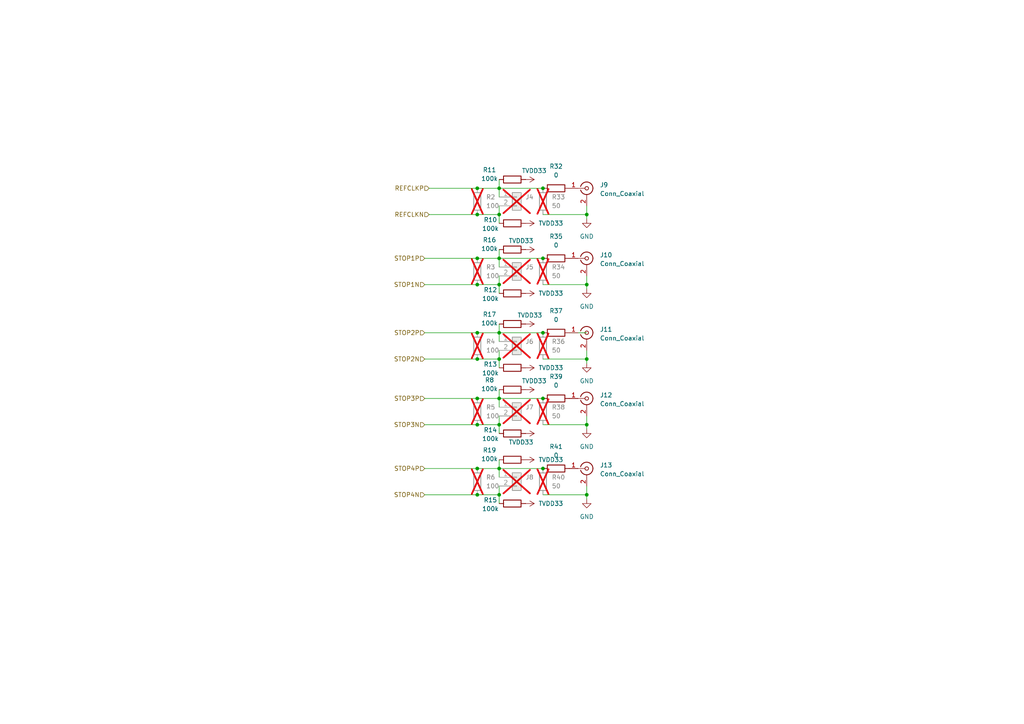
<source format=kicad_sch>
(kicad_sch (version 20231120) (generator "eeschema") (generator_version "8.0")
  (paper "A4")
  (lib_symbols
    (symbol "Connector:Conn_Coaxial" (pin_names (offset 1.016) hide)
      (property "Reference" "J" (at 0.254 3.048 0))
      (property "Value" "Conn_Coaxial" (at 2.921 0 90))
      (symbol "Conn_Coaxial_0_1"
        (arc (start -1.778 -0.508) (mid 0.2311 -1.8066) (end 1.778 0) (stroke (width 0.254)))
        (polyline (pts (xy -2.54 0) (xy -0.508 0)))
        (polyline (pts (xy 0 -2.54) (xy 0 -1.778)))
        (circle (center 0 0) (radius 0.508) (stroke (width 0.2032)))
        (arc (start 1.778 0) (mid 0.2099 1.8101) (end -1.778 0.508) (stroke (width 0.254)))
      )
      (symbol "Conn_Coaxial_1_1"
        (pin passive line (at -5.08 0 0) (length 2.54) (name "In") (number "1"))
        (pin passive line (at 0 -5.08 90) (length 2.54) (name "Ext") (number "2"))
      )
    )
    (symbol "Connector_Generic:Conn_01x02" (pin_names (offset 1.016) hide)
      (property "Reference" "J" (at 0 2.54 0))
      (property "Value" "Conn_01x02" (at 0 -5.08 0))
      (symbol "Conn_01x02_1_1"
        (rectangle (start -1.27 -2.413) (end 0 -2.667) (stroke (width 0.1524)))
        (rectangle (start -1.27 0.127) (end 0 -0.127) (stroke (width 0.1524)))
        (rectangle (start -1.27 1.27) (end 1.27 -3.81) (stroke (width 0.254)) (fill (type background)))
        (pin passive line (at -5.08 0 0) (length 3.81) (name "Pin_1") (number "1"))
        (pin passive line (at -5.08 -2.54 0) (length 3.81) (name "Pin_2") (number "2"))
      )
    )
    (symbol "Device:R" (pin_numbers hide) (pin_names (offset 0))
      (property "Reference" "R" (at 2.032 0 90))
      (property "Value" "R" (at 0 0 90))
      (symbol "R_0_1"
        (rectangle (start -1.016 -2.54) (end 1.016 2.54) (stroke (width 0.254)))
      )
      (symbol "R_1_1"
        (pin passive line (at 0 3.81 270) (length 1.27) (name "~") (number "1"))
        (pin passive line (at 0 -3.81 90) (length 1.27) (name "~") (number "2"))
      )
    )
    (symbol "power:+5C" (power) (pin_numbers hide) (pin_names (offset 0) hide)
      (property "Value" "+5C" (at 0 3.556 0))
      (symbol "+5C_0_1"
        (polyline (pts (xy -0.762 1.27) (xy 0 2.54)))
        (polyline (pts (xy 0 0) (xy 0 2.54)))
        (polyline (pts (xy 0 2.54) (xy 0.762 1.27)))
      )
      (symbol "+5C_1_1"
        (pin power_in line (at 0 0 90) (length 0) (name "~") (number "1"))
      )
    )
    (symbol "power:GND" (power) (pin_numbers hide) (pin_names (offset 0) hide)
      (property "Value" "GND" (at 0 -3.81 0))
      (symbol "GND_0_1"
        (polyline (pts (xy 0 0) (xy 0 -1.27) (xy 1.27 -1.27) (xy 0 -2.54) (xy -1.27 -1.27) (xy 0 -1.27)))
      )
      (symbol "GND_1_1"
        (pin power_in line (at 0 0 270) (length 0) (name "~") (number "1"))
      )
    )
  )
  (junction (at 170.18 82.55))
  (junction (at 157.48 115.57))
  (junction (at 144.78 74.93))
  (junction (at 170.18 143.51))
  (junction (at 138.43 96.52))
  (junction (at 138.43 82.55))
  (junction (at 138.43 123.19))
  (junction (at 138.43 143.51))
  (junction (at 170.18 123.19))
  (junction (at 170.18 104.14))
  (junction (at 144.78 143.51))
  (junction (at 157.48 54.61))
  (junction (at 144.78 82.55))
  (junction (at 144.78 104.14))
  (junction (at 144.78 96.52))
  (junction (at 170.18 62.23))
  (junction (at 144.78 135.89))
  (junction (at 144.78 54.61))
  (junction (at 138.43 54.61))
  (junction (at 138.43 115.57))
  (junction (at 157.48 74.93))
  (junction (at 144.78 115.57))
  (junction (at 157.48 96.52))
  (junction (at 138.43 74.93))
  (junction (at 138.43 135.89))
  (junction (at 138.43 62.23))
  (junction (at 144.78 62.23))
  (junction (at 138.43 104.14))
  (junction (at 157.48 135.89))
  (junction (at 144.78 123.19))
  (wire (pts (xy 157.48 82.55) (xy 170.18 82.55)))
  (wire (pts (xy 157.48 123.19) (xy 170.18 123.19)))
  (wire (pts (xy 144.78 62.23) (xy 144.78 64.77)))
  (wire (pts (xy 144.78 135.89) (xy 157.48 135.89)))
  (wire (pts (xy 123.19 82.55) (xy 138.43 82.55)))
  (wire (pts (xy 144.78 54.61) (xy 144.78 52.07)))
  (wire (pts (xy 144.78 115.57) (xy 144.78 118.11)))
  (wire (pts (xy 170.18 143.51) (xy 170.18 144.78)))
  (wire (pts (xy 144.78 74.93) (xy 138.43 74.93)))
  (wire (pts (xy 170.18 101.6) (xy 170.18 104.14)))
  (wire (pts (xy 157.48 143.51) (xy 170.18 143.51)))
  (wire (pts (xy 123.19 143.51) (xy 138.43 143.51)))
  (wire (pts (xy 144.78 59.69) (xy 144.78 62.23)))
  (wire (pts (xy 144.78 123.19) (xy 144.78 125.73)))
  (wire (pts (xy 144.78 113.03) (xy 144.78 115.57)))
  (wire (pts (xy 144.78 133.35) (xy 144.78 135.89)))
  (wire (pts (xy 124.46 62.23) (xy 138.43 62.23)))
  (wire (pts (xy 144.78 143.51) (xy 138.43 143.51)))
  (wire (pts (xy 170.18 80.01) (xy 170.18 82.55)))
  (wire (pts (xy 144.78 123.19) (xy 138.43 123.19)))
  (wire (pts (xy 170.18 96.52) (xy 165.1 96.52)))
  (wire (pts (xy 170.18 123.19) (xy 170.18 124.46)))
  (wire (pts (xy 123.19 135.89) (xy 138.43 135.89)))
  (wire (pts (xy 144.78 115.57) (xy 138.43 115.57)))
  (wire (pts (xy 144.78 74.93) (xy 157.48 74.93)))
  (wire (pts (xy 144.78 96.52) (xy 138.43 96.52)))
  (wire (pts (xy 144.78 54.61) (xy 138.43 54.61)))
  (wire (pts (xy 170.18 82.55) (xy 170.18 83.82)))
  (wire (pts (xy 144.78 120.65) (xy 144.78 123.19)))
  (wire (pts (xy 123.19 104.14) (xy 138.43 104.14)))
  (wire (pts (xy 144.78 143.51) (xy 144.78 146.05)))
  (wire (pts (xy 144.78 138.43) (xy 144.78 135.89)))
  (wire (pts (xy 144.78 82.55) (xy 138.43 82.55)))
  (wire (pts (xy 170.18 104.14) (xy 170.18 105.41)))
  (wire (pts (xy 170.18 140.97) (xy 170.18 143.51)))
  (wire (pts (xy 123.19 96.52) (xy 138.43 96.52)))
  (wire (pts (xy 144.78 96.52) (xy 157.48 96.52)))
  (wire (pts (xy 144.78 54.61) (xy 157.48 54.61)))
  (wire (pts (xy 123.19 123.19) (xy 138.43 123.19)))
  (wire (pts (xy 157.48 62.23) (xy 170.18 62.23)))
  (wire (pts (xy 123.19 115.57) (xy 138.43 115.57)))
  (wire (pts (xy 124.46 54.61) (xy 138.43 54.61)))
  (wire (pts (xy 144.78 77.47) (xy 144.78 74.93)))
  (wire (pts (xy 144.78 104.14) (xy 144.78 106.68)))
  (wire (pts (xy 144.78 115.57) (xy 157.48 115.57)))
  (wire (pts (xy 157.48 104.14) (xy 170.18 104.14)))
  (wire (pts (xy 144.78 93.98) (xy 144.78 96.52)))
  (wire (pts (xy 144.78 74.93) (xy 144.78 72.39)))
  (wire (pts (xy 170.18 120.65) (xy 170.18 123.19)))
  (wire (pts (xy 144.78 135.89) (xy 138.43 135.89)))
  (wire (pts (xy 170.18 62.23) (xy 170.18 63.5)))
  (wire (pts (xy 123.19 74.93) (xy 138.43 74.93)))
  (wire (pts (xy 144.78 57.15) (xy 144.78 54.61)))
  (wire (pts (xy 144.78 140.97) (xy 144.78 143.51)))
  (wire (pts (xy 170.18 59.69) (xy 170.18 62.23)))
  (wire (pts (xy 144.78 82.55) (xy 144.78 85.09)))
  (wire (pts (xy 144.78 99.06) (xy 144.78 96.52)))
  (wire (pts (xy 144.78 104.14) (xy 144.78 101.6)))
  (wire (pts (xy 144.78 62.23) (xy 138.43 62.23)))
  (wire (pts (xy 138.43 104.14) (xy 144.78 104.14)))
  (wire (pts (xy 144.78 80.01) (xy 144.78 82.55)))
  (hierarchical_label "STOP4N" (shape input) (at 123.19 143.51 180))
  (hierarchical_label "STOP4P" (shape input) (at 123.19 135.89 180))
  (hierarchical_label "STOP1N" (shape input) (at 123.19 82.55 180))
  (hierarchical_label "STOP3N" (shape input) (at 123.19 123.19 180))
  (hierarchical_label "REFCLKN" (shape input) (at 124.46 62.23 180))
  (hierarchical_label "STOP2N" (shape input) (at 123.19 104.14 180))
  (hierarchical_label "STOP1P" (shape input) (at 123.19 74.93 180))
  (hierarchical_label "STOP2P" (shape input) (at 123.19 96.52 180))
  (hierarchical_label "STOP3P" (shape input) (at 123.19 115.57 180))
  (hierarchical_label "REFCLKP" (shape input) (at 124.46 54.61 180))
  (symbol (lib_id "Device:R") (at 148.59 125.73 90) (unit 1)
    (property "Reference" "R14" (at 142.24 124.714 90))
    (property "Value" "100k" (at 142.24 127.254 90))
    (property "Footprint" "Resistor_SMD:R_0603_1608Metric_Pad0.98x0.95mm_HandSolder" (effects (hide yes)))
    (property "Description" "Resistor" (effects (hide yes)))
    (property "Manufacturer Reference" "RC0603FR-07100KL" (effects (hide yes)))
  )
  (symbol (lib_id "power:+5C") (at 152.4 133.35 270) (unit 1)
    (property "Reference" "#PWR081" (effects (hide yes)))
    (property "Value" "TVDD33" (at 159.766 133.35 90))
    (property "Description" "Power symbol creates a global label with name \"+5C\"" (effects (hide yes)))
  )
  (symbol (lib_id "Device:R") (at 148.59 85.09 90) (unit 1)
    (property "Reference" "R12" (at 142.24 84.074 90))
    (property "Value" "100k" (at 142.24 86.614 90))
    (property "Footprint" "Resistor_SMD:R_0603_1608Metric_Pad0.98x0.95mm_HandSolder" (effects (hide yes)))
    (property "Description" "Resistor" (effects (hide yes)))
    (property "Manufacturer Reference" "RC0603FR-07100KL" (effects (hide yes)))
  )
  (symbol (lib_id "Connector:Conn_Coaxial") (at 170.18 115.57 0) (unit 1)
    (property "Reference" "J12" (at 173.99 114.5931 0) (effects (justify left)))
    (property "Value" "Conn_Coaxial" (at 173.99 117.1331 0) (effects (justify left)))
    (property "Footprint" "Marcel:SMB_Jack_Vertical_mod" (effects (hide yes)))
    (property "Description" "coaxial connector (BNC, SMA, SMB, SMC, Cinch/RCA, LEMO, ...)" (effects (hide yes)))
    (property "Manufacturer Reference" "142146" (effects (hide yes)))
  )
  (symbol (lib_id "Device:R") (at 161.29 115.57 90) (unit 1)
    (property "Reference" "R39" (at 161.29 109.22 90))
    (property "Value" "0" (at 161.29 111.76 90))
    (property "Footprint" "Resistor_SMD:R_0603_1608Metric_Pad0.98x0.95mm_HandSolder" (effects (hide yes)))
    (property "Description" "Resistor" (effects (hide yes)))
    (property "Manufacturer Reference" "RC0603FR-070RL" (effects (hide yes)))
  )
  (symbol (lib_id "Connector:Conn_Coaxial") (at 170.18 135.89 0) (unit 1)
    (property "Reference" "J13" (at 173.99 134.9131 0) (effects (justify left)))
    (property "Value" "Conn_Coaxial" (at 173.99 137.4531 0) (effects (justify left)))
    (property "Footprint" "Marcel:SMB_Jack_Vertical_mod" (effects (hide yes)))
    (property "Description" "coaxial connector (BNC, SMA, SMB, SMC, Cinch/RCA, LEMO, ...)" (effects (hide yes)))
    (property "Manufacturer Reference" "142146" (effects (hide yes)))
  )
  (symbol (lib_id "Device:R") (at 148.59 72.39 90) (unit 1)
    (property "Reference" "R16" (at 141.986 69.596 90))
    (property "Value" "100k" (at 141.986 72.136 90))
    (property "Footprint" "Resistor_SMD:R_0603_1608Metric_Pad0.98x0.95mm_HandSolder" (effects (hide yes)))
    (property "Description" "Resistor" (effects (hide yes)))
    (property "Manufacturer Reference" "RC0603FR-07100KL" (effects (hide yes)))
  )
  (symbol (lib_id "power:GND") (at 170.18 83.82 0) (unit 1)
    (property "Reference" "#PWR022" (effects (hide yes)))
    (property "Value" "GND" (at 170.18 88.9 0))
    (property "Description" "Power symbol creates a global label with name \"GND\" , ground" (effects (hide yes)))
  )
  (symbol (lib_id "Device:R") (at 148.59 133.35 90) (unit 1)
    (property "Reference" "R19" (at 141.986 130.556 90))
    (property "Value" "100k" (at 141.986 133.096 90))
    (property "Footprint" "Resistor_SMD:R_0603_1608Metric_Pad0.98x0.95mm_HandSolder" (effects (hide yes)))
    (property "Description" "Resistor" (effects (hide yes)))
    (property "Manufacturer Reference" "RC0603FR-07100KL" (effects (hide yes)))
  )
  (symbol (lib_id "Device:R") (at 138.43 78.74 0) (unit 1) (in_bom no) (dnp yes)
    (property "Reference" "R3" (at 140.97 77.4699 0) (effects (justify left)))
    (property "Value" "100" (at 140.97 80.0099 0) (effects (justify left)))
    (property "Footprint" "Resistor_SMD:R_0603_1608Metric_Pad0.98x0.95mm_HandSolder" (effects (hide yes)))
    (property "Description" "Resistor" (effects (hide yes)))
    (property "Manufacturer Reference" "RC0603FR-07100RL" (effects (hide yes)))
  )
  (symbol (lib_id "power:+5C") (at 152.4 72.39 270) (unit 1)
    (property "Reference" "#PWR078" (effects (hide yes)))
    (property "Value" "TVDD33" (at 151.13 69.85 90))
    (property "Description" "Power symbol creates a global label with name \"+5C\"" (effects (hide yes)))
  )
  (symbol (lib_id "power:+5C") (at 152.4 64.77 270) (unit 1)
    (property "Reference" "#PWR05" (effects (hide yes)))
    (property "Value" "TVDD33" (at 159.766 64.77 90))
    (property "Description" "Power symbol creates a global label with name \"+5C\"" (effects (hide yes)))
  )
  (symbol (lib_id "Device:R") (at 161.29 74.93 90) (unit 1)
    (property "Reference" "R35" (at 161.29 68.58 90))
    (property "Value" "0" (at 161.29 71.12 90))
    (property "Footprint" "Resistor_SMD:R_0603_1608Metric_Pad0.98x0.95mm_HandSolder" (effects (hide yes)))
    (property "Description" "Resistor" (effects (hide yes)))
    (property "Manufacturer Reference" "RC0603FR-070RL" (effects (hide yes)))
  )
  (symbol (lib_id "Device:R") (at 148.59 106.68 90) (unit 1)
    (property "Reference" "R13" (at 142.24 105.664 90))
    (property "Value" "100k" (at 142.24 108.204 90))
    (property "Footprint" "Resistor_SMD:R_0603_1608Metric_Pad0.98x0.95mm_HandSolder" (effects (hide yes)))
    (property "Description" "Resistor" (effects (hide yes)))
    (property "Manufacturer Reference" "RC0603FR-07100KL" (effects (hide yes)))
  )
  (symbol (lib_id "power:+5C") (at 152.4 52.07 270) (unit 1)
    (property "Reference" "#PWR04" (effects (hide yes)))
    (property "Value" "TVDD33" (at 154.94 49.53 90))
    (property "Description" "Power symbol creates a global label with name \"+5C\"" (effects (hide yes)))
  )
  (symbol (lib_id "power:+5C") (at 152.4 106.68 270) (unit 1)
    (property "Reference" "#PWR07" (effects (hide yes)))
    (property "Value" "TVDD33" (at 159.766 106.68 90))
    (property "Description" "Power symbol creates a global label with name \"+5C\"" (effects (hide yes)))
  )
  (symbol (lib_id "Connector:Conn_Coaxial") (at 170.18 96.52 0) (unit 1)
    (property "Reference" "J11" (at 173.99 95.5431 0) (effects (justify left)))
    (property "Value" "Conn_Coaxial" (at 173.99 98.0831 0) (effects (justify left)))
    (property "Footprint" "Marcel:SMB_Jack_Vertical_mod" (effects (hide yes)))
    (property "Description" "coaxial connector (BNC, SMA, SMB, SMC, Cinch/RCA, LEMO, ...)" (effects (hide yes)))
    (property "Manufacturer Reference" "142146" (effects (hide yes)))
  )
  (symbol (lib_id "Connector:Conn_Coaxial") (at 170.18 74.93 0) (unit 1)
    (property "Reference" "J10" (at 173.99 73.9531 0) (effects (justify left)))
    (property "Value" "Conn_Coaxial" (at 173.99 76.4931 0) (effects (justify left)))
    (property "Footprint" "Marcel:SMB_Jack_Vertical_mod" (effects (hide yes)))
    (property "Description" "coaxial connector (BNC, SMA, SMB, SMC, Cinch/RCA, LEMO, ...)" (effects (hide yes)))
    (property "Manufacturer Reference" "142146" (effects (hide yes)))
  )
  (symbol (lib_id "Connector:Conn_Coaxial") (at 170.18 54.61 0) (unit 1)
    (property "Reference" "J9" (at 173.99 53.6331 0) (effects (justify left)))
    (property "Value" "Conn_Coaxial" (at 173.99 56.1731 0) (effects (justify left)))
    (property "Footprint" "Marcel:SMB_Jack_Vertical_mod" (effects (hide yes)))
    (property "Description" "coaxial connector (BNC, SMA, SMB, SMC, Cinch/RCA, LEMO, ...)" (effects (hide yes)))
    (property "Manufacturer Reference" "142146" (effects (hide yes)))
  )
  (symbol (lib_id "Device:R") (at 148.59 64.77 90) (unit 1)
    (property "Reference" "R10" (at 142.24 63.754 90))
    (property "Value" "100k" (at 142.24 66.294 90))
    (property "Footprint" "Resistor_SMD:R_0603_1608Metric_Pad0.98x0.95mm_HandSolder" (effects (hide yes)))
    (property "Description" "Resistor" (effects (hide yes)))
    (property "Manufacturer Reference" "RC0603FR-07100KL" (effects (hide yes)))
  )
  (symbol (lib_id "Device:R") (at 157.48 78.74 0) (unit 1) (in_bom no) (dnp yes)
    (property "Reference" "R34" (at 160.02 77.4699 0) (effects (justify left)))
    (property "Value" "50" (at 160.02 80.0099 0) (effects (justify left)))
    (property "Footprint" "Resistor_SMD:R_0603_1608Metric_Pad0.98x0.95mm_HandSolder" (effects (hide yes)))
    (property "Description" "Resistor" (effects (hide yes)))
    (property "Manufacturer Reference" "RC0603FR-0749R9L" (effects (hide yes)))
  )
  (symbol (lib_id "Device:R") (at 138.43 139.7 0) (unit 1) (in_bom no) (dnp yes)
    (property "Reference" "R6" (at 140.97 138.4299 0) (effects (justify left)))
    (property "Value" "100" (at 140.97 140.9699 0) (effects (justify left)))
    (property "Footprint" "Resistor_SMD:R_0603_1608Metric_Pad0.98x0.95mm_HandSolder" (effects (hide yes)))
    (property "Description" "Resistor" (effects (hide yes)))
    (property "Manufacturer Reference" "RC0603FR-07100RL" (effects (hide yes)))
  )
  (symbol (lib_id "Device:R") (at 148.59 52.07 90) (unit 1)
    (property "Reference" "R11" (at 141.986 49.276 90))
    (property "Value" "100k" (at 141.986 51.816 90))
    (property "Footprint" "Resistor_SMD:R_0603_1608Metric_Pad0.98x0.95mm_HandSolder" (effects (hide yes)))
    (property "Description" "Resistor" (effects (hide yes)))
    (property "Manufacturer Reference" "RC0603FR-07100KL" (effects (hide yes)))
  )
  (symbol (lib_id "power:GND") (at 170.18 105.41 0) (unit 1)
    (property "Reference" "#PWR023" (effects (hide yes)))
    (property "Value" "GND" (at 170.18 110.49 0))
    (property "Description" "Power symbol creates a global label with name \"GND\" , ground" (effects (hide yes)))
  )
  (symbol (lib_id "Device:R") (at 157.48 119.38 0) (unit 1) (in_bom no) (dnp yes)
    (property "Reference" "R38" (at 160.02 118.1099 0) (effects (justify left)))
    (property "Value" "50" (at 160.02 120.6499 0) (effects (justify left)))
    (property "Footprint" "Resistor_SMD:R_0603_1608Metric_Pad0.98x0.95mm_HandSolder" (effects (hide yes)))
    (property "Description" "Resistor" (effects (hide yes)))
    (property "Manufacturer Reference" "RC0603FR-0749R9L" (effects (hide yes)))
  )
  (symbol (lib_id "Device:R") (at 138.43 119.38 0) (unit 1) (in_bom no) (dnp yes)
    (property "Reference" "R5" (at 140.97 118.1099 0) (effects (justify left)))
    (property "Value" "100" (at 140.97 120.6499 0) (effects (justify left)))
    (property "Footprint" "Resistor_SMD:R_0603_1608Metric_Pad0.98x0.95mm_HandSolder" (effects (hide yes)))
    (property "Description" "Resistor" (effects (hide yes)))
    (property "Manufacturer Reference" "RC0603FR-07100RL" (effects (hide yes)))
  )
  (symbol (lib_id "Device:R") (at 148.59 93.98 90) (unit 1)
    (property "Reference" "R17" (at 141.986 91.186 90))
    (property "Value" "100k" (at 141.986 93.726 90))
    (property "Footprint" "Resistor_SMD:R_0603_1608Metric_Pad0.98x0.95mm_HandSolder" (effects (hide yes)))
    (property "Description" "Resistor" (effects (hide yes)))
    (property "Manufacturer Reference" "RC0603FR-07100KL" (effects (hide yes)))
  )
  (symbol (lib_id "Device:R") (at 161.29 135.89 90) (unit 1)
    (property "Reference" "R41" (at 161.29 129.54 90))
    (property "Value" "0" (at 161.29 132.08 90))
    (property "Footprint" "Resistor_SMD:R_0603_1608Metric_Pad0.98x0.95mm_HandSolder" (effects (hide yes)))
    (property "Description" "Resistor" (effects (hide yes)))
    (property "Manufacturer Reference" "RC0603FR-070RL" (effects (hide yes)))
  )
  (symbol (lib_id "Device:R") (at 138.43 58.42 0) (unit 1) (in_bom no) (dnp yes)
    (property "Reference" "R2" (at 140.97 57.1499 0) (effects (justify left)))
    (property "Value" "100" (at 140.97 59.6899 0) (effects (justify left)))
    (property "Footprint" "Resistor_SMD:R_0603_1608Metric_Pad0.98x0.95mm_HandSolder" (effects (hide yes)))
    (property "Description" "Resistor" (effects (hide yes)))
    (property "Manufacturer Reference" "RC0603FR-07100RL" (effects (hide yes)))
  )
  (symbol (lib_id "Device:R") (at 157.48 58.42 0) (unit 1) (in_bom no) (dnp yes)
    (property "Reference" "R33" (at 160.02 57.1499 0) (effects (justify left)))
    (property "Value" "50" (at 160.02 59.6899 0) (effects (justify left)))
    (property "Footprint" "Resistor_SMD:R_0603_1608Metric_Pad0.98x0.95mm_HandSolder" (effects (hide yes)))
    (property "Description" "Resistor" (effects (hide yes)))
    (property "Manufacturer Reference" "RC0603FR-0749R9L" (effects (hide yes)))
  )
  (symbol (lib_id "Connector_Generic:Conn_01x02") (at 149.86 57.15 0) (unit 1) (in_bom no) (dnp yes)
    (property "Reference" "J4" (at 152.4 57.1499 0) (effects (justify left)))
    (property "Value" "Conn_01x02" (effects (hide yes)))
    (property "Footprint" "Connector_PinHeader_2.54mm:PinHeader_1x02_P2.54mm_Vertical" (effects (hide yes)))
    (property "Description" "Generic connector, single row, 01x02, script generated (kicad-library-utils/schlib/autogen/connector/)" (effects (hide yes)))
  )
  (symbol (lib_id "power:GND") (at 170.18 124.46 0) (unit 1)
    (property "Reference" "#PWR024" (effects (hide yes)))
    (property "Value" "GND" (at 170.18 129.54 0))
    (property "Description" "Power symbol creates a global label with name \"GND\" , ground" (effects (hide yes)))
  )
  (symbol (lib_id "Device:R") (at 148.59 146.05 90) (unit 1)
    (property "Reference" "R15" (at 142.24 145.034 90))
    (property "Value" "100k" (at 142.24 147.574 90))
    (property "Footprint" "Resistor_SMD:R_0603_1608Metric_Pad0.98x0.95mm_HandSolder" (effects (hide yes)))
    (property "Description" "Resistor" (effects (hide yes)))
    (property "Manufacturer Reference" "RC0603FR-07100KL" (effects (hide yes)))
  )
  (symbol (lib_id "Device:R") (at 157.48 100.33 0) (unit 1) (in_bom no) (dnp yes)
    (property "Reference" "R36" (at 160.02 99.0599 0) (effects (justify left)))
    (property "Value" "50" (at 160.02 101.5999 0) (effects (justify left)))
    (property "Footprint" "Resistor_SMD:R_0603_1608Metric_Pad0.98x0.95mm_HandSolder" (effects (hide yes)))
    (property "Description" "Resistor" (effects (hide yes)))
    (property "Manufacturer Reference" "RC0603FR-0749R9L" (effects (hide yes)))
  )
  (symbol (lib_id "power:+5C") (at 152.4 125.73 270) (unit 1)
    (property "Reference" "#PWR08" (effects (hide yes)))
    (property "Value" "TVDD33" (at 151.13 128.27 90))
    (property "Description" "Power symbol creates a global label with name \"+5C\"" (effects (hide yes)))
  )
  (symbol (lib_id "power:GND") (at 170.18 144.78 0) (unit 1)
    (property "Reference" "#PWR025" (effects (hide yes)))
    (property "Value" "GND" (at 170.18 149.86 0))
    (property "Description" "Power symbol creates a global label with name \"GND\" , ground" (effects (hide yes)))
  )
  (symbol (lib_id "Connector_Generic:Conn_01x02") (at 149.86 138.43 0) (unit 1) (in_bom no) (dnp yes)
    (property "Reference" "J8" (at 152.4 138.4299 0) (effects (justify left)))
    (property "Value" "Conn_01x02" (effects (hide yes)))
    (property "Footprint" "Connector_PinHeader_2.54mm:PinHeader_1x02_P2.54mm_Vertical" (effects (hide yes)))
    (property "Description" "Generic connector, single row, 01x02, script generated (kicad-library-utils/schlib/autogen/connector/)" (effects (hide yes)))
  )
  (symbol (lib_id "power:+5C") (at 152.4 146.05 270) (unit 1)
    (property "Reference" "#PWR074" (effects (hide yes)))
    (property "Value" "TVDD33" (at 159.766 146.05 90))
    (property "Description" "Power symbol creates a global label with name \"+5C\"" (effects (hide yes)))
  )
  (symbol (lib_id "Connector_Generic:Conn_01x02") (at 149.86 118.11 0) (unit 1) (in_bom no) (dnp yes)
    (property "Reference" "J7" (at 152.4 118.1099 0) (effects (justify left)))
    (property "Value" "Conn_01x02" (effects (hide yes)))
    (property "Footprint" "Connector_PinHeader_2.54mm:PinHeader_1x02_P2.54mm_Vertical" (effects (hide yes)))
    (property "Description" "Generic connector, single row, 01x02, script generated (kicad-library-utils/schlib/autogen/connector/)" (effects (hide yes)))
  )
  (symbol (lib_id "power:+5C") (at 152.4 113.03 270) (unit 1)
    (property "Reference" "#PWR080" (effects (hide yes)))
    (property "Value" "TVDD33" (at 154.94 110.49 90))
    (property "Description" "Power symbol creates a global label with name \"+5C\"" (effects (hide yes)))
  )
  (symbol (lib_id "power:+5C") (at 152.4 93.98 270) (unit 1)
    (property "Reference" "#PWR079" (effects (hide yes)))
    (property "Value" "TVDD33" (at 153.67 91.44 90))
    (property "Description" "Power symbol creates a global label with name \"+5C\"" (effects (hide yes)))
  )
  (symbol (lib_id "Connector_Generic:Conn_01x02") (at 149.86 99.06 0) (unit 1) (in_bom no) (dnp yes)
    (property "Reference" "J6" (at 152.4 99.0599 0) (effects (justify left)))
    (property "Value" "Conn_01x02" (effects (hide yes)))
    (property "Footprint" "Connector_PinHeader_2.54mm:PinHeader_1x02_P2.54mm_Vertical" (effects (hide yes)))
    (property "Description" "Generic connector, single row, 01x02, script generated (kicad-library-utils/schlib/autogen/connector/)" (effects (hide yes)))
  )
  (symbol (lib_id "Device:R") (at 148.59 113.03 90) (unit 1)
    (property "Reference" "R8" (at 141.986 110.236 90))
    (property "Value" "100k" (at 141.986 112.776 90))
    (property "Footprint" "Resistor_SMD:R_0603_1608Metric_Pad0.98x0.95mm_HandSolder" (effects (hide yes)))
    (property "Description" "Resistor" (effects (hide yes)))
    (property "Manufacturer Reference" "RC0603FR-07100KL" (effects (hide yes)))
  )
  (symbol (lib_id "power:+5C") (at 152.4 85.09 270) (unit 1)
    (property "Reference" "#PWR06" (effects (hide yes)))
    (property "Value" "TVDD33" (at 159.766 85.09 90))
    (property "Description" "Power symbol creates a global label with name \"+5C\"" (effects (hide yes)))
  )
  (symbol (lib_id "power:GND") (at 170.18 63.5 0) (unit 1)
    (property "Reference" "#PWR03" (effects (hide yes)))
    (property "Value" "GND" (at 170.18 68.58 0))
    (property "Description" "Power symbol creates a global label with name \"GND\" , ground" (effects (hide yes)))
  )
  (symbol (lib_id "Connector_Generic:Conn_01x02") (at 149.86 77.47 0) (unit 1) (in_bom no) (dnp yes)
    (property "Reference" "J5" (at 152.4 77.4699 0) (effects (justify left)))
    (property "Value" "Conn_01x02" (effects (hide yes)))
    (property "Footprint" "Connector_PinHeader_2.54mm:PinHeader_1x02_P2.54mm_Vertical" (effects (hide yes)))
    (property "Description" "Generic connector, single row, 01x02, script generated (kicad-library-utils/schlib/autogen/connector/)" (effects (hide yes)))
  )
  (symbol (lib_id "Device:R") (at 138.43 100.33 0) (unit 1) (in_bom no) (dnp yes)
    (property "Reference" "R4" (at 140.97 99.0599 0) (effects (justify left)))
    (property "Value" "100" (at 140.97 101.5999 0) (effects (justify left)))
    (property "Footprint" "Resistor_SMD:R_0603_1608Metric_Pad0.98x0.95mm_HandSolder" (effects (hide yes)))
    (property "Description" "Resistor" (effects (hide yes)))
    (property "Manufacturer Reference" "RC0603FR-07100RL" (effects (hide yes)))
  )
  (symbol (lib_id "Device:R") (at 161.29 54.61 90) (unit 1)
    (property "Reference" "R32" (at 161.29 48.26 90))
    (property "Value" "0" (at 161.29 50.8 90))
    (property "Footprint" "Resistor_SMD:R_0603_1608Metric_Pad0.98x0.95mm_HandSolder" (effects (hide yes)))
    (property "Description" "Resistor" (effects (hide yes)))
    (property "Manufacturer Reference" "RC0603FR-070RL" (effects (hide yes)))
  )
  (symbol (lib_id "Device:R") (at 157.48 139.7 0) (unit 1) (in_bom no) (dnp yes)
    (property "Reference" "R40" (at 160.02 138.4299 0) (effects (justify left)))
    (property "Value" "50" (at 160.02 140.9699 0) (effects (justify left)))
    (property "Footprint" "Resistor_SMD:R_0603_1608Metric_Pad0.98x0.95mm_HandSolder" (effects (hide yes)))
    (property "Description" "Resistor" (effects (hide yes)))
    (property "Manufacturer Reference" "RC0603FR-0749R9L" (effects (hide yes)))
  )
  (symbol (lib_id "Device:R") (at 161.29 96.52 90) (unit 1)
    (property "Reference" "R37" (at 161.29 90.17 90))
    (property "Value" "0" (at 161.29 92.71 90))
    (property "Footprint" "Resistor_SMD:R_0603_1608Metric_Pad0.98x0.95mm_HandSolder" (effects (hide yes)))
    (property "Description" "Resistor" (effects (hide yes)))
    (property "Manufacturer Reference" "RC0603FR-070RL" (effects (hide yes)))
  )
)
</source>
